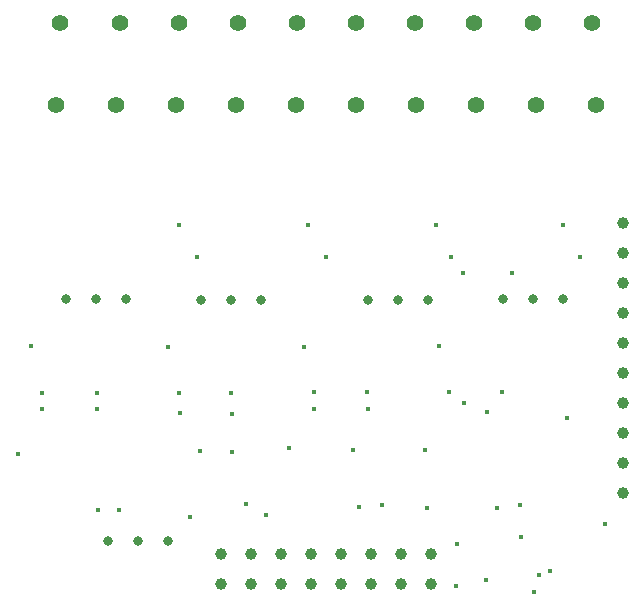
<source format=gbr>
%TF.GenerationSoftware,KiCad,Pcbnew,6.0.8+dfsg-1~bpo11+1*%
%TF.CreationDate,2022-10-31T17:33:12+01:00*%
%TF.ProjectId,rib4inAd_00,72696234-696e-4416-945f-30302e6b6963,rev?*%
%TF.SameCoordinates,Original*%
%TF.FileFunction,Plated,1,4,PTH,Drill*%
%TF.FilePolarity,Positive*%
%FSLAX46Y46*%
G04 Gerber Fmt 4.6, Leading zero omitted, Abs format (unit mm)*
G04 Created by KiCad (PCBNEW 6.0.8+dfsg-1~bpo11+1) date 2022-10-31 17:33:12*
%MOMM*%
%LPD*%
G01*
G04 APERTURE LIST*
%TA.AperFunction,ViaDrill*%
%ADD10C,0.400000*%
%TD*%
%TA.AperFunction,ComponentDrill*%
%ADD11C,0.800000*%
%TD*%
%TA.AperFunction,ComponentDrill*%
%ADD12C,1.000000*%
%TD*%
%TA.AperFunction,ComponentDrill*%
%ADD13C,1.400000*%
%TD*%
G04 APERTURE END LIST*
D10*
X128880000Y-106780000D03*
X130030000Y-97680000D03*
X130957701Y-102957701D03*
X130970000Y-101590000D03*
X135570000Y-102950000D03*
X135580000Y-101610000D03*
X135640000Y-111490000D03*
X137480000Y-111510000D03*
X141620000Y-97760000D03*
X142495500Y-101598469D03*
X142550000Y-87380000D03*
X142620000Y-103300000D03*
X143450000Y-112110000D03*
X144030000Y-90130000D03*
X144340000Y-106560000D03*
X146960000Y-101590000D03*
X147020000Y-103374500D03*
X147060000Y-106600000D03*
X148170000Y-111050000D03*
X149870000Y-111930000D03*
X151820000Y-106320000D03*
X153130000Y-97740000D03*
X153430000Y-87380000D03*
X153959575Y-103004075D03*
X153985500Y-101580000D03*
X154970000Y-90130000D03*
X157240000Y-106490000D03*
X157780000Y-111260000D03*
X158430000Y-101540000D03*
X158510000Y-103000000D03*
X159760000Y-111110000D03*
X163400000Y-106420000D03*
X163560000Y-111370000D03*
X164270000Y-87390000D03*
X164570000Y-97630000D03*
X165430000Y-101540000D03*
X165570000Y-90130000D03*
X166030000Y-118000000D03*
X166050000Y-114410000D03*
X166580000Y-91430000D03*
X166700000Y-102460000D03*
X168520000Y-117490000D03*
X168620000Y-103240000D03*
X169440000Y-111360000D03*
X169870000Y-101560000D03*
X170710000Y-91430000D03*
X171370000Y-111090000D03*
X171520000Y-113860000D03*
X172627575Y-118485500D03*
X172980000Y-117020000D03*
X173950500Y-116714500D03*
X175080000Y-87390000D03*
X175410000Y-103760000D03*
X176520000Y-90150000D03*
X178570000Y-112740000D03*
D11*
%TO.C,RV1*%
X132990000Y-93680000D03*
X135530000Y-93680000D03*
%TO.C,RV4*%
X136560000Y-114150000D03*
%TO.C,RV1*%
X138070000Y-93680000D03*
%TO.C,RV4*%
X139100000Y-114150000D03*
X141640000Y-114150000D03*
%TO.C,RV2*%
X144380000Y-93710000D03*
X146920000Y-93710000D03*
X149460000Y-93710000D03*
%TO.C,RV5*%
X158560000Y-93710000D03*
X161100000Y-93710000D03*
X163640000Y-93710000D03*
%TO.C,RV6*%
X169960000Y-93700000D03*
X172500000Y-93700000D03*
X175040000Y-93700000D03*
D12*
%TO.C,J2*%
X146085000Y-115225000D03*
X146085000Y-117765000D03*
X148625000Y-115225000D03*
X148625000Y-117765000D03*
X151165000Y-115225000D03*
X151165000Y-117765000D03*
X153705000Y-115225000D03*
X153705000Y-117765000D03*
X156245000Y-115225000D03*
X156245000Y-117765000D03*
X158785000Y-115225000D03*
X158785000Y-117765000D03*
X161325000Y-115225000D03*
X161325000Y-117765000D03*
X163865000Y-115225000D03*
X163865000Y-117765000D03*
%TO.C,J1*%
X180125000Y-87200000D03*
X180125000Y-89740000D03*
X180125000Y-92280000D03*
X180125000Y-94820000D03*
X180125000Y-97360000D03*
X180125000Y-99900000D03*
X180125000Y-102440000D03*
X180125000Y-104980000D03*
X180125000Y-107520000D03*
X180125000Y-110060000D03*
D13*
%TO.C,J4*%
X132140000Y-77277500D03*
%TO.C,J3*%
X132500000Y-70277500D03*
%TO.C,J4*%
X137220000Y-77277500D03*
%TO.C,J3*%
X137500000Y-70277500D03*
%TO.C,J4*%
X142300000Y-77277500D03*
%TO.C,J3*%
X142500000Y-70277500D03*
%TO.C,J4*%
X147380000Y-77277500D03*
%TO.C,J3*%
X147500000Y-70277500D03*
%TO.C,J4*%
X152460000Y-77277500D03*
%TO.C,J3*%
X152500000Y-70277500D03*
X157500000Y-70277500D03*
%TO.C,J4*%
X157540000Y-77277500D03*
%TO.C,J3*%
X162500000Y-70277500D03*
%TO.C,J4*%
X162620000Y-77277500D03*
%TO.C,J3*%
X167500000Y-70277500D03*
%TO.C,J4*%
X167700000Y-77277500D03*
%TO.C,J3*%
X172500000Y-70277500D03*
%TO.C,J4*%
X172780000Y-77277500D03*
%TO.C,J3*%
X177500000Y-70277500D03*
%TO.C,J4*%
X177860000Y-77277500D03*
M02*

</source>
